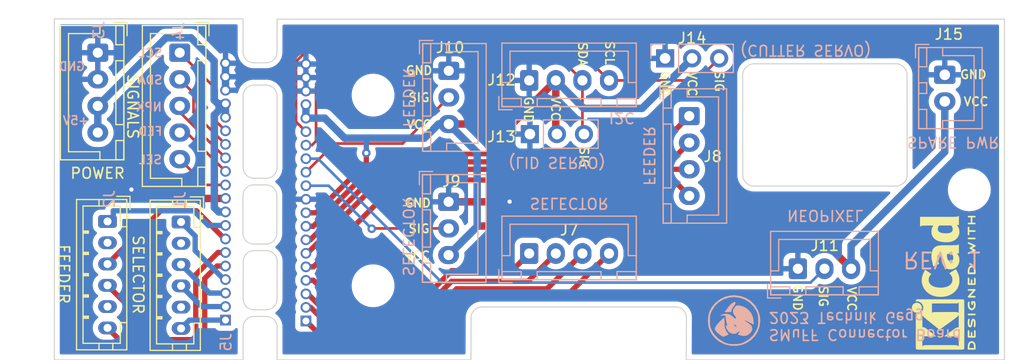
<source format=kicad_pcb>
(kicad_pcb (version 20211014) (generator pcbnew)
  (title_block (title "SMuFF Connector Board PCB") (date "2023-03-26") (rev "1") (company "Technik Gegg") (comment 4 "AISLER Project ID: BNDRXJJP"))
  (layers (0 "F.Cu" signal) (31 "B.Cu" signal) (34 "B.Paste" user) (35 "F.Paste" user) (36 "B.SilkS" user "B.Silkscreen") (37 "F.SilkS" user "F.Silkscreen") (38 "B.Mask" user) (39 "F.Mask" user) (44 "Edge.Cuts" user))
  (net 0 "")
  (net 1 "Net-(J1-Pad1)")
  (net 3 "Net-(J1-Pad3)")
  (net 4 "Net-(J1-Pad4)")
  (net 6 "Net-(J1-Pad6)")
  (net 7 "Net-(J2-Pad1)")
  (net 9 "Net-(J2-Pad3)")
  (net 10 "Net-(J2-Pad4)")
  (net 12 "Net-(J2-Pad6)")
  (net 13 "GND")
  (net 14 "+5V")
  (net 15 "/SCL")
  (net 16 "/SDA")
  (net 17 "/NeoPixel")
  (net 18 "/Feeder")
  (net 19 "/Selector")
  (net 20 "Net-(J6-Pad1)")
  (net 21 "Net-(J6-Pad2)")
  (net 22 "Net-(J6-Pad3)")
  (net 23 "Net-(J6-Pad4)")
  (net 24 "Net-(J6-Pad5)")
  (net 25 "Net-(J6-Pad6)")
  (net 26 "Net-(J6-Pad7)")
  (net 27 "Net-(J6-Pad8)")
  (net 28 "Net-(J6-Pad11)")
  (net 29 "Net-(J6-Pad13)")
  (net 30 "Net-(J10-Pad2)")
  (net 31 "Net-(J12-Pad3)")
  (net 32 "Net-(J12-Pad4)")
  (net 33 "/VCC-IN")
  (footprint "Connector_JST:JST_PH_B6B-PH-K_1x06_P2.00mm_Vertical" (layer "F.Cu") (at 90.7708 113.9228 -90)
    (fp_text reference "J1" (at -2.0358 0.0928 90) (layer "B.SilkS") (effects (justify mirror)))
    (fp_text value "Selector Stepper")
    (pad "1" thru_hole roundrect (at 0 0 270) (size 1.2 1.75) (drill 0.75) (layers *.Cu *.Mask) (roundrect_rratio 0.2083333333) (net 1 "Net-(J1-Pad1)"))
    (pad "2" thru_hole oval (at 2 0 270) (size 1.2 1.75) (drill 0.75) (layers *.Cu *.Mask))
    (pad "3" thru_hole oval (at 4 0 270) (size 1.2 1.75) (drill 0.75) (layers *.Cu *.Mask) (net 3 "Net-(J1-Pad3)"))
    (pad "4" thru_hole oval (at 6 0 270) (size 1.2 1.75) (drill 0.75) (layers *.Cu *.Mask) (net 4 "Net-(J1-Pad4)"))
    (pad "5" thru_hole oval (at 8 0 270) (size 1.2 1.75) (drill 0.75) (layers *.Cu *.Mask))
    (pad "6" thru_hole oval (at 10 0 270) (size 1.2 1.75) (drill 0.75) (layers *.Cu *.Mask) (net 6 "Net-(J1-Pad6)"))
  )
  (footprint "MountingHole:MountingHole_3mm" (layer "F.Cu") (at 108.807 102.0064)
    (fp_text reference "H2" hide)
    (fp_text value "MountingHole")
    (pad "" np_thru_hole circle (at 0 0) (size 3 3) (drill 3) (layers *.Cu *.Mask))
  )
  (footprint "MountingHole:MountingHole_3mm" (layer "F.Cu") (at 108.807 119.9134)
    (fp_text reference "H1" hide)
    (fp_text value "MountingHole")
    (pad "" np_thru_hole circle (at 0 0) (size 3 3) (drill 3) (layers *.Cu *.Mask))
  )
  (footprint "Connector_JST:JST_PH_B6B-PH-K_1x06_P2.00mm_Vertical" (layer "F.Cu") (at 83.862 113.872 -90)
    (fp_text reference "J2" (at -2.112 -0.1612 90) (layer "B.SilkS") (effects (justify mirror)))
    (fp_text value "Feeder Stepper")
    (pad "1" thru_hole roundrect (at 0 0 270) (size 1.2 1.75) (drill 0.75) (layers *.Cu *.Mask) (roundrect_rratio 0.2083333333) (net 7 "Net-(J2-Pad1)"))
    (pad "2" thru_hole oval (at 2 0 270) (size 1.2 1.75) (drill 0.75) (layers *.Cu *.Mask))
    (pad "3" thru_hole oval (at 4 0 270) (size 1.2 1.75) (drill 0.75) (layers *.Cu *.Mask) (net 9 "Net-(J2-Pad3)"))
    (pad "4" thru_hole oval (at 6 0 270) (size 1.2 1.75) (drill 0.75) (layers *.Cu *.Mask) (net 10 "Net-(J2-Pad4)"))
    (pad "5" thru_hole oval (at 8 0 270) (size 1.2 1.75) (drill 0.75) (layers *.Cu *.Mask))
    (pad "6" thru_hole oval (at 10 0 270) (size 1.2 1.75) (drill 0.75) (layers *.Cu *.Mask) (net 12 "Net-(J2-Pad6)"))
  )
  (footprint "MountingHole:MountingHole_3mm" (layer "F.Cu") (at 164.814 110.8964)
    (fp_text reference "H3" hide)
    (fp_text value "MountingHole")
    (pad "" np_thru_hole circle (at 0 0) (size 3 3) (drill 3) (layers *.Cu *.Mask))
  )
  (footprint "Symbol:KiCad-Logo2_5mm_SilkScreen" (layer "F.Cu") (at 162.401 119.634 90)
    (fp_text reference "REF**" hide)
    (fp_text value "KiCad-Logo2_5mm_SilkScreen" hide)
  )
  (footprint "Connector_JST:JST_XH_B5B-XH-A_1x05_P2.50mm_Vertical" (layer "F.Cu") (at 90.6442 98.0224 -90)
    (fp_text reference "J4" (at -2.0104 0.0932 90) (layer "B.SilkS") (effects (justify mirror)))
    (fp_text value "Signals")
    (pad "1" thru_hole roundrect (at 0 0 270) (size 1.7 1.95) (drill 0.95) (layers *.Cu *.Mask) (roundrect_rratio 0.1470588235) (net 15 "/SCL"))
    (pad "2" thru_hole oval (at 2.5 0 270) (size 1.7 1.95) (drill 0.95) (layers *.Cu *.Mask) (net 16 "/SDA"))
    (pad "3" thru_hole oval (at 5 0 270) (size 1.7 1.95) (drill 0.95) (layers *.Cu *.Mask) (net 17 "/NeoPixel"))
    (pad "4" thru_hole oval (at 7.5 0 270) (size 1.7 1.95) (drill 0.95) (layers *.Cu *.Mask) (net 18 "/Feeder"))
    (pad "5" thru_hole oval (at 10 0 270) (size 1.7 1.95) (drill 0.95) (layers *.Cu *.Mask) (net 19 "/Selector"))
  )
  (footprint "Connector_JST:JST_XH_B4B-XH-A_1x04_P2.50mm_Vertical" (layer "F.Cu") (at 82.948 98.0224 -90)
    (fp_text reference "J3" (at -2.1374 -0.1016 90) (layer "B.SilkS") (effects (justify mirror)))
    (fp_text value "Power")
    (pad "1" thru_hole roundrect (at 0 0 270) (size 1.7 1.95) (drill 0.95) (layers *.Cu *.Mask) (roundrect_rratio 0.1470588235) (net 13 "GND"))
    (pad "2" thru_hole oval (at 2.5 0 270) (size 1.7 1.95) (drill 0.95) (layers *.Cu *.Mask) (net 13 "GND"))
    (pad "3" thru_hole oval (at 5 0 270) (size 1.7 1.95) (drill 0.95) (layers *.Cu *.Mask) (net 33 "/VCC-IN"))
    (pad "4" thru_hole oval (at 7.5 0 270) (size 1.7 1.95) (drill 0.95) (layers *.Cu *.Mask) (net 33 "/VCC-IN"))
  )
  (footprint "Library:Logo-5mm" (layer "B.Cu") (at 142.716 123.19)
    (fp_text reference "G***" hide)
    (fp_text value "LOGO" hide)
  )
  (footprint "Connector_PinHeader_2.54mm:PinHeader_1x03_P2.54mm_Vertical" (layer "B.Cu") (at 123.539 105.664 -90)
    (fp_text reference "J13" (at 0.254 2.667) (layer "F.SilkS"))
    (fp_text value "(Lid Servo)")
    (pad "1" thru_hole rect (at 0 0 270) (size 1.7 1.7) (drill 1) (layers *.Cu *.Mask) (net 13 "GND"))
    (pad "2" thru_hole oval (at 0 -2.54 270) (size 1.7 1.7) (drill 1) (layers *.Cu *.Mask) (net 14 "+5V"))
    (pad "3" thru_hole oval (at 0 -5.08 270) (size 1.7 1.7) (drill 1) (layers *.Cu *.Mask) (net 31 "Net-(J12-Pad3)"))
  )
  (footprint "Connector_JST:JST_XH_B3B-XH-A_1x03_P2.50mm_Vertical" (layer "B.Cu") (at 115.919 99.7204 -90)
    (fp_text reference "J10" (at -2.1844 -0.127) (layer "F.SilkS"))
    (fp_text value "Feeder Sensor")
    (pad "1" thru_hole roundrect (at 0 0 270) (size 1.7 1.95) (drill 0.95) (layers *.Cu *.Mask) (roundrect_rratio 0.1470588235) (net 13 "GND"))
    (pad "2" thru_hole oval (at 2.5 0 270) (size 1.7 1.95) (drill 0.95) (layers *.Cu *.Mask) (net 30 "Net-(J10-Pad2)"))
    (pad "3" thru_hole oval (at 5 0 270) (size 1.7 1.95) (drill 0.95) (layers *.Cu *.Mask) (net 14 "+5V"))
  )
  (footprint "Connector_JST:JST_XH_B4B-XH-A_1x04_P2.50mm_Vertical" (layer "B.Cu") (at 138.508 103.9714 -90)
    (fp_text reference "J8" (at 3.8008 -2.2014) (layer "F.SilkS"))
    (fp_text value "Feeder Motor")
    (pad "1" thru_hole roundrect (at 0 0 270) (size 1.7 1.95) (drill 0.95) (layers *.Cu *.Mask) (roundrect_rratio 0.1470588235) (net 27 "Net-(J6-Pad8)"))
    (pad "2" thru_hole oval (at 2.5 0 270) (size 1.7 1.95) (drill 0.95) (layers *.Cu *.Mask) (net 26 "Net-(J6-Pad7)"))
    (pad "3" thru_hole oval (at 5 0 270) (size 1.7 1.95) (drill 0.95) (layers *.Cu *.Mask) (net 25 "Net-(J6-Pad6)"))
    (pad "4" thru_hole oval (at 7.5 0 270) (size 1.7 1.95) (drill 0.95) (layers *.Cu *.Mask) (net 24 "Net-(J6-Pad5)"))
  )
  (footprint "Connector_JST:JST_XH_B4B-XH-A_1x04_P2.50mm_Vertical" (layer "B.Cu") (at 123.472 116.8824)
    (fp_text reference "J7" (at 3.75 -2.2014) (layer "F.SilkS"))
    (fp_text value "Selector Motor")
    (pad "1" thru_hole roundrect (at 0 0) (size 1.7 1.95) (drill 0.95) (layers *.Cu *.Mask) (roundrect_rratio 0.1470588235) (net 23 "Net-(J6-Pad4)"))
    (pad "2" thru_hole oval (at 2.5 0) (size 1.7 1.95) (drill 0.95) (layers *.Cu *.Mask) (net 22 "Net-(J6-Pad3)"))
    (pad "3" thru_hole oval (at 5 0) (size 1.7 1.95) (drill 0.95) (layers *.Cu *.Mask) (net 21 "Net-(J6-Pad2)"))
    (pad "4" thru_hole oval (at 7.5 0) (size 1.7 1.95) (drill 0.95) (layers *.Cu *.Mask) (net 20 "Net-(J6-Pad1)"))
  )
  (footprint "Connector_PinHeader_1.27mm:PinHeader_1x20_P1.27mm_Vertical" (layer "B.Cu") (at 102.5 123.2154)
    (fp_text reference "J6" hide)
    (fp_text value "Conn_01x16" hide)
    (pad "1" thru_hole rect (at 0 0) (size 1 1) (drill 0.65) (layers *.Cu *.Mask) (net 20 "Net-(J6-Pad1)"))
    (pad "2" thru_hole oval (at 0 -1.27) (size 1 1) (drill 0.65) (layers *.Cu *.Mask) (net 21 "Net-(J6-Pad2)"))
    (pad "3" thru_hole oval (at 0 -2.54) (size 1 1) (drill 0.65) (layers *.Cu *.Mask) (net 22 "Net-(J6-Pad3)"))
    (pad "4" thru_hole oval (at 0 -3.81) (size 1 1) (drill 0.65) (layers *.Cu *.Mask) (net 23 "Net-(J6-Pad4)"))
    (pad "5" thru_hole oval (at 0 -5.08) (size 1 1) (drill 0.65) (layers *.Cu *.Mask) (net 24 "Net-(J6-Pad5)"))
    (pad "6" thru_hole oval (at 0 -6.35) (size 1 1) (drill 0.65) (layers *.Cu *.Mask) (net 25 "Net-(J6-Pad6)"))
    (pad "7" thru_hole oval (at 0 -7.62) (size 1 1) (drill 0.65) (layers *.Cu *.Mask) (net 26 "Net-(J6-Pad7)"))
    (pad "8" thru_hole oval (at 0 -8.89) (size 1 1) (drill 0.65) (layers *.Cu *.Mask) (net 27 "Net-(J6-Pad8)"))
    (pad "9" thru_hole oval (at 0 -10.16) (size 1 1) (drill 0.65) (layers *.Cu *.Mask) (net 14 "+5V"))
    (pad "10" thru_hole oval (at 0 -11.43) (size 1 1) (drill 0.65) (layers *.Cu *.Mask) (net 13 "GND"))
    (pad "11" thru_hole oval (at 0 -12.7) (size 1 1) (drill 0.65) (layers *.Cu *.Mask) (net 28 "Net-(J6-Pad11)"))
    (pad "12" thru_hole oval (at 0 -13.97) (size 1 1) (drill 0.65) (layers *.Cu *.Mask) (net 30 "Net-(J10-Pad2)"))
    (pad "13" thru_hole oval (at 0 -15.24) (size 1 1) (drill 0.65) (layers *.Cu *.Mask) (net 29 "Net-(J6-Pad13)"))
    (pad "14" thru_hole oval (at 0 -16.51) (size 1 1) (drill 0.65) (layers *.Cu *.Mask) (net 31 "Net-(J12-Pad3)"))
    (pad "15" thru_hole oval (at 0 -17.78) (size 1 1) (drill 0.65) (layers *.Cu *.Mask) (net 32 "Net-(J12-Pad4)"))
    (pad "16" thru_hole oval (at 0 -19.05) (size 1 1) (drill 0.65) (layers *.Cu *.Mask) (net 14 "+5V"))
    (pad "17" thru_hole oval (at 0 -20.32) (size 1 1) (drill 0.65) (layers *.Cu *.Mask) (net 14 "+5V"))
    (pad "18" thru_hole oval (at 0 -21.59) (size 1 1) (drill 0.65) (layers *.Cu *.Mask) (net 13 "GND"))
    (pad "19" thru_hole oval (at 0 -22.86) (size 1 1) (drill 0.65) (layers *.Cu *.Mask) (net 13 "GND"))
    (pad "20" thru_hole oval (at 0 -24.13) (size 1 1) (drill 0.65) (layers *.Cu *.Mask) (net 13 "GND"))
  )
  (footprint "Connector_JST:JST_XH_B3B-XH-A_1x03_P2.50mm_Vertical" (layer "B.Cu") (at 115.902 112.0286 -90)
    (fp_text reference "J9" (at -1.9196 -0.271) (layer "F.SilkS"))
    (fp_text value "Selector Endstop")
    (pad "1" thru_hole roundrect (at 0 0 270) (size 1.7 1.95) (drill 0.95) (layers *.Cu *.Mask) (roundrect_rratio 0.1470588235) (net 13 "GND"))
    (pad "2" thru_hole oval (at 2.5 0 270) (size 1.7 1.95) (drill 0.95) (layers *.Cu *.Mask) (net 28 "Net-(J6-Pad11)"))
    (pad "3" thru_hole oval (at 5 0 270) (size 1.7 1.95) (drill 0.95) (layers *.Cu *.Mask) (net 14 "+5V"))
  )
  (footprint "Connector_JST:JST_XH_B3B-XH-A_1x03_P2.50mm_Vertical" (layer "B.Cu") (at 148.7104 118.3132)
    (fp_text reference "J11" (at 2.5254 -2.176) (layer "F.SilkS"))
    (fp_text value "NeoPixels")
    (pad "1" thru_hole roundrect (at 0 0) (size 1.7 1.95) (drill 0.95) (layers *.Cu *.Mask) (roundrect_rratio 0.1470588235) (net 13 "GND"))
    (pad "2" thru_hole oval (at 2.5 0) (size 1.7 1.95) (drill 0.95) (layers *.Cu *.Mask) (net 29 "Net-(J6-Pad13)"))
    (pad "3" thru_hole oval (at 5 0) (size 1.7 1.95) (drill 0.95) (layers *.Cu *.Mask) (net 14 "+5V"))
  )
  (footprint "Connector_PinHeader_1.27mm:PinHeader_1x20_P1.27mm_Horizontal" (layer "B.Cu") (at 94.9452 123.1392)
    (fp_text reference "J5" (at 0.0508 2.0828 270) (layer "B.SilkS") (effects (justify mirror)))
    (fp_text value "Connector 1x20")
    (pad "1" thru_hole rect (at 0 0) (size 1 1) (drill 0.65) (layers *.Cu *.Mask) (net 6 "Net-(J1-Pad6)"))
    (pad "2" thru_hole oval (at 0 -1.27) (size 1 1) (drill 0.65) (layers *.Cu *.Mask) (net 4 "Net-(J1-Pad4)"))
    (pad "3" thru_hole oval (at 0 -2.54) (size 1 1) (drill 0.65) (layers *.Cu *.Mask) (net 3 "Net-(J1-Pad3)"))
    (pad "4" thru_hole oval (at 0 -3.81) (size 1 1) (drill 0.65) (layers *.Cu *.Mask) (net 1 "Net-(J1-Pad1)"))
    (pad "5" thru_hole oval (at 0 -5.08) (size 1 1) (drill 0.65) (layers *.Cu *.Mask) (net 12 "Net-(J2-Pad6)"))
    (pad "6" thru_hole oval (at 0 -6.35) (size 1 1) (drill 0.65) (layers *.Cu *.Mask) (net 10 "Net-(J2-Pad4)"))
    (pad "7" thru_hole oval (at 0 -7.62) (size 1 1) (drill 0.65) (layers *.Cu *.Mask) (net 9 "Net-(J2-Pad3)"))
    (pad "8" thru_hole oval (at 0 -8.89) (size 1 1) (drill 0.65) (layers *.Cu *.Mask) (net 7 "Net-(J2-Pad1)"))
    (pad "9" thru_hole oval (at 0 -10.16) (size 1 1) (drill 0.65) (layers *.Cu *.Mask) (net 33 "/VCC-IN"))
    (pad "10" thru_hole oval (at 0 -11.43) (size 1 1) (drill 0.65) (layers *.Cu *.Mask) (net 13 "GND"))
    (pad "11" thru_hole oval (at 0 -12.7) (size 1 1) (drill 0.65) (layers *.Cu *.Mask) (net 19 "/Selector"))
    (pad "12" thru_hole oval (at 0 -13.97) (size 1 1) (drill 0.65) (layers *.Cu *.Mask) (net 18 "/Feeder"))
    (pad "13" thru_hole oval (at 0 -15.24) (size 1 1) (drill 0.65) (layers *.Cu *.Mask) (net 17 "/NeoPixel"))
    (pad "14" thru_hole oval (at 0 -16.51) (size 1 1) (drill 0.65) (layers *.Cu *.Mask) (net 16 "/SDA"))
    (pad "15" thru_hole oval (at 0 -17.78) (size 1 1) (drill 0.65) (layers *.Cu *.Mask) (net 15 "/SCL"))
    (pad "16" thru_hole oval (at 0 -19.05) (size 1 1) (drill 0.65) (layers *.Cu *.Mask) (net 33 "/VCC-IN"))
    (pad "17" thru_hole oval (at 0 -20.32) (size 1 1) (drill 0.65) (layers *.Cu *.Mask) (net 33 "/VCC-IN"))
    (pad "18" thru_hole oval (at 0 -21.59) (size 1 1) (drill 0.65) (layers *.Cu *.Mask) (net 13 "GND"))
    (pad "19" thru_hole oval (at 0 -22.86) (size 1 1) (drill 0.65) (layers *.Cu *.Mask) (net 13 "GND"))
    (pad "20" thru_hole oval (at 0 -24.13) (size 1 1) (drill 0.65) (layers *.Cu *.Mask) (net 13 "GND"))
  )
  (footprint "Connector_JST:JST_XH_B4B-XH-A_1x04_P2.50mm_Vertical" (layer "B.Cu") (at 123.472 100.6264)
    (fp_text reference "J12" (at -2.6 -0.0424) (layer "F.SilkS"))
    (fp_text value "I2C")
    (pad "1" thru_hole roundrect (at 0 0) (size 1.7 1.95) (drill 0.95) (layers *.Cu *.Mask) (roundrect_rratio 0.1470588235) (net 13 "GND"))
    (pad "2" thru_hole oval (at 2.5 0) (size 1.7 1.95) (drill 0.95) (layers *.Cu *.Mask) (net 14 "+5V"))
    (pad "3" thru_hole oval (at 5 0) (size 1.7 1.95) (drill 0.95) (layers *.Cu *.Mask) (net 31 "Net-(J12-Pad3)"))
    (pad "4" thru_hole oval (at 7.5 0) (size 1.7 1.95) (drill 0.95) (layers *.Cu *.Mask) (net 32 "Net-(J12-Pad4)"))
  )
  (footprint "Connector_PinHeader_2.54mm:PinHeader_1x03_P2.54mm_Vertical" (layer "B.Cu") (at 136.239 98.552 -90)
    (fp_text reference "J14" (at -1.905 -2.54) (layer "F.SilkS"))
    (fp_text value "(Cutter Servo)")
    (pad "1" thru_hole rect (at 0 0 270) (size 1.7 1.7) (drill 1) (layers *.Cu *.Mask) (net 13 "GND"))
    (pad "2" thru_hole oval (at 0 -2.54 270) (size 1.7 1.7) (drill 1) (layers *.Cu *.Mask) (net 14 "+5V"))
    (pad "3" thru_hole oval (at 0 -5.08 270) (size 1.7 1.7) (drill 1) (layers *.Cu *.Mask) (net 32 "Net-(J12-Pad4)"))
  )
  (footprint "Connector_JST:JST_XH_B2B-XH-A_1x02_P2.50mm_Vertical" (layer "B.Cu") (at 162.511 100.096 -90)
    (fp_text reference "J15" (at -3.81 -0.381) (layer "F.SilkS"))
    (fp_text value "SPARE")
    (pad "1" thru_hole roundrect (at 0 0 270) (size 1.7 2) (drill 1) (layers *.Cu *.Mask) (roundrect_rratio 0.1470588235) (net 13 "GND"))
    (pad "2" thru_hole oval (at 2.5 0 270) (size 1.7 2) (drill 1) (layers *.Cu *.Mask) (net 14 "+5V"))
  )
  (gr_line (start 118.01562 122.91782) (end 118.0018 126.873) (layer "Edge.Cuts") (width 0.1))
  (gr_arc (start 99.78938 108.79916) (mid 99.4918 109.51758) (end 98.77338 109.81516) (layer "Edge.Cuts") (width 0.1))
  (gr_arc (start 137.22898 121.90182) (mid 137.9474 122.1994) (end 138.24498 122.91782) (layer "Edge.Cuts") (width 0.1))
  (gr_arc (start 98.755202 110.4392) (mid 99.473622 110.73678) (end 99.771202 111.4552) (layer "Edge.Cuts") (width 0.1))
  (gr_line (start 96.59589 94.8436) (end 78.867 94.8436) (layer "Edge.Cuts") (width 0.1))
  (gr_arc (start 143.524742 100.130629) (mid 143.8372 99.376287) (end 144.591542 99.063829) (layer "Edge.Cuts") (width 0.1))
  (gr_arc (start 99.78938 121.15078) (mid 99.4918 121.8692) (end 98.77338 122.16678) (layer "Edge.Cuts") (width 0.1))
  (gr_line (start 99.76398 114.97858) (end 99.771202 111.4552) (layer "Edge.Cuts") (width 0.1))
  (gr_arc (start 157.901142 99.056171) (mid 158.655484 99.368629) (end 158.967942 100.122971) (layer "Edge.Cuts") (width 0.1))
  (gr_line (start 96.5962 126.873) (end 78.867 126.873) (layer "Edge.Cuts") (width 0.1))
  (gr_arc (start 99.76398 114.97858) (mid 99.4664 115.697) (end 98.74798 115.99458) (layer "Edge.Cuts") (width 0.1))
  (gr_line (start 98.76647 98.96749) (end 97.61251 98.96749) (layer "Edge.Cuts") (width 0.1))
  (gr_arc (start 96.60342 123.80682) (mid 96.901 123.0884) (end 97.61942 122.79082) (layer "Edge.Cuts") (width 0.1))
  (gr_line (start 99.79 94.869) (end 168.116 94.869) (layer "Edge.Cuts") (width 0.1))
  (gr_arc (start 98.773378 101.066598) (mid 99.491798 101.364178) (end 99.789378 102.082598) (layer "Edge.Cuts") (width 0.1))
  (gr_line (start 96.57802 114.97858) (end 96.585242 111.4552) (layer "Edge.Cuts") (width 0.1))
  (gr_arc (start 97.61942 122.16678) (mid 96.901 121.8692) (end 96.60342 121.15078) (layer "Edge.Cuts") (width 0.1))
  (gr_line (start 99.78247 97.95149) (end 99.79 94.869) (layer "Edge.Cuts") (width 0.1))
  (gr_arc (start 97.61942 109.81516) (mid 96.901 109.51758) (end 96.60342 108.79916) (layer "Edge.Cuts") (width 0.1))
  (gr_arc (start 97.61251 98.96749) (mid 96.89409 98.66991) (end 96.59651 97.95149) (layer "Edge.Cuts") (width 0.1))
  (gr_arc (start 98.780602 116.6114) (mid 99.499022 116.90898) (end 99.796602 117.6274) (layer "Edge.Cuts") (width 0.1))
  (gr_arc (start 144.5992 110.548459) (mid 143.844861 110.236) (end 143.5324 109.481659) (layer "Edge.Cuts") (width 0.1))
  (gr_line (start 98.77338 122.16678) (end 97.61942 122.16678) (layer "Edge.Cuts") (width 0.1))
  (gr_line (start 99.78938 121.15078) (end 99.796602 117.6274) (layer "Edge.Cuts") (width 0.1))
  (gr_arc (start 99.78247 97.95149) (mid 99.48489 98.66991) (end 98.76647 98.96749) (layer "Edge.Cuts") (width 0.1))
  (gr_arc (start 96.603418 102.082598) (mid 96.900998 101.364178) (end 97.619418 101.066598) (layer "Edge.Cuts") (width 0.1))
  (gr_line (start 97.619418 101.066598) (end 98.773378 101.066598) (layer "Edge.Cuts") (width 0.1))
  (gr_arc (start 97.59402 115.99458) (mid 96.8756 115.697) (end 96.57802 114.97858) (layer "Edge.Cuts") (width 0.1))
  (gr_line (start 158.9756 109.481658) (end 158.967942 100.122971) (layer "Edge.Cuts") (width 0.1))
  (gr_line (start 99.78938 123.80682) (end 99.79 126.873) (layer "Edge.Cuts") (width 0.1))
  (gr_arc (start 118.01562 122.91782) (mid 118.3132 122.1994) (end 119.03162 121.90182) (layer "Edge.Cuts") (width 0.1))
  (gr_line (start 168.116 126.873) (end 138.2268 126.873) (layer "Edge.Cuts") (width 0.1))
  (gr_line (start 143.524742 100.130629) (end 143.5324 109.481659) (layer "Edge.Cuts") (width 0.1))
  (gr_line (start 97.61942 122.79082) (end 98.77338 122.79082) (layer "Edge.Cuts") (width 0.1))
  (gr_line (start 144.591542 99.063829) (end 157.901142 99.056171) (layer "Edge.Cuts") (width 0.1))
  (gr_line (start 96.60342 121.15078) (end 96.610642 117.6274) (layer "Edge.Cuts") (width 0.1))
  (gr_line (start 96.60342 123.80682) (end 96.5962 126.873) (layer "Edge.Cuts") (width 0.1))
  (gr_arc (start 158.9756 109.481658) (mid 158.663142 110.236) (end 157.9088 110.548458) (layer "Edge.Cuts") (width 0.1))
  (gr_arc (start 96.585242 111.4552) (mid 96.882822 110.73678) (end 97.601242 110.4392) (layer "Edge.Cuts") (width 0.1))
  (gr_line (start 97.601242 110.4392) (end 98.755202 110.4392) (layer "Edge.Cuts") (width 0.1))
  (gr_line (start 78.867 126.873) (end 78.867 94.8436) (layer "Edge.Cuts") (width 0.1))
  (gr_line (start 138.2268 126.873) (end 138.24498 122.91782) (layer "Edge.Cuts") (width 0.1))
  (gr_line (start 96.60342 108.79916) (end 96.603418 102.082598) (layer "Edge.Cuts") (width 0.1))
  (gr_line (start 144.5992 110.548459) (end 157.9088 110.548458) (layer "Edge.Cuts") (width 0.1))
  (gr_line (start 97.626642 116.6114) (end 98.780602 116.6114) (layer "Edge.Cuts") (width 0.1))
  (gr_arc (start 98.77338 122.79082) (mid 99.4918 123.0884) (end 99.78938 123.80682) (layer "Edge.Cuts") (width 0.1))
  (gr_line (start 98.77338 109.81516) (end 97.61942 109.81516) (layer "Edge.Cuts") (width 0.1))
  (gr_arc (start 96.610642 117.6274) (mid 96.908222 116.90898) (end 97.626642 116.6114) (layer "Edge.Cuts") (width 0.1))
  (gr_line (start 98.74798 115.99458) (end 97.59402 115.99458) (layer "Edge.Cuts") (width 0.1))
  (gr_line (start 99.78938 108.79916) (end 99.789378 102.082598) (layer "Edge.Cuts") (width 0.1))
  (gr_line (start 99.79 126.873) (end 118.0018 126.873) (layer "Edge.Cuts") (width 0.1))
  (gr_line (start 168.116 94.869) (end 168.116 126.873) (layer "Edge.Cuts") (width 0.1))
  (gr_line (start 96.59651 97.95149) (end 96.59589 94.8436) (layer "Edge.Cuts") (width 0.1))
  (gr_line (start 119.03162 121.90182) (end 137.22898 121.90182) (layer "Edge.Cuts") (width 0.1))
  (gr_text "SELECTOR" (at 127.222 112.1664 180) (layer "B.SilkS") (effects (font (size 1 1)) (justify mirror)))
  (gr_text "I2C" (at 132.175 104.14 180) (layer "B.SilkS") (effects (font (size 1 1)) (justify mirror)))
  (gr_text "FED" (at 87.884 105.41) (layer "B.SilkS") (effects (font (size 0.8 0.8)) (justify mirror)))
  (gr_text "(LID SERVO)" (at 126.079 108.331 180) (layer "B.SilkS") (effects (font (size 1 1)) (justify mirror)))
  (gr_text "REV: 1" (at 158.464 117.475 180) (layer "B.SilkS") (effects (font (size 1.5 1.5)) (justify left mirror)))
  (gr_text "SPARE PWR" (at 163.29 106.426 180) (layer "B.SilkS") (effects (font (size 1 1)) (justify mirror)))
  (gr_text "GND" (at 80.518 99.314) (layer "B.SilkS") (effects (font (size 0.8 0.8)) (justify mirror)))
  (gr_text "(CUTTER SERVO)" (at 149.447 97.79 180) (layer "B.SilkS") (effects (font (size 1 1)) (justify mirror)))
  (gr_text "+5V" (at 80.899 104.394) (layer "B.SilkS") (effects (font (size 0.8 0.8)) (justify mirror)))
  (gr_text "NEOPIXEL" (at 151.2758 113.3094 180) (layer "B.SilkS") (effects (font (size 1 1)) (justify mirror)))
  (gr_text "SELECTOR" (at 112.109 115.316 270) (layer "B.SilkS") (effects (font (size 1 1)) (justify mirror)))
  (gr_text "SDA" (at 87.884 100.584) (layer "B.SilkS") (effects (font (size 0.8 0.8)) (justify mirror)))
  (gr_text "FEEDER" (at 134.715 107.7214 -90) (layer "B.SilkS") (effects (font (size 1 1)) (justify mirror)))
  (gr_text "NPX" (at 87.757 103.124) (layer "B.SilkS") (effects (font (size 0.8 0.8)) (justify mirror)))
  (gr_text "SMuFF Connector Board\n2023 Technik Gegg" (at 145.891 123.698 180) (layer "B.SilkS") (effects (font (size 1 1)) (justify left mirror)))
  (gr_text "FEEDER" (at 112.1344 102.235 270) (layer "B.SilkS") (effects (font (size 1 1)) (justify mirror)))
  (gr_text "SEL" (at 87.884 108.077) (layer "B.SilkS") (effects (font (size 0.8 0.8)) (justify mirror)))
  (gr_text "SCL" (at 87.884 98.044) (layer "B.SilkS") (effects (font (size 0.8 0.8)) (justify mirror)))
  (gr_text "SIG" (at 113.125 114.554) (layer "F.SilkS") (effects (font (size 0.8 0.8))))
  (gr_text "VCC" (at 165.449 102.616) (layer "F.SilkS") (effects (font (size 0.8 0.8))))
  (gr_text "GND" (at 165.195 100.076) (layer "F.SilkS") (effects (font (size 0.8 0.8))))
  (gr_text "SDA" (at 128.492 98.171 270) (layer "F.SilkS") (effects (font (size 0.8 0.8))))
  (gr_text "POWER" (at 82.931 109.347) (layer "F.SilkS") (effects (font (size 1 1))))
  (gr_text "FEEDER" (at 79.756 118.8212 270) (layer "F.SilkS") (effects (font (size 1 1))))
  (gr_text "GND" (at 123.412 103.378 270) (layer "F.SilkS") (effects (font (size 0.8 0.8))))
  (gr_text "VCC" (at 138.779 100.965 270) (layer "F.SilkS") (effects (font (size 0.8 0.8))))
  (gr_text "VCC" (at 113.125 104.775) (layer "F.SilkS") (effects (font (size 0.8 0.8))))
  (gr_text "SIG" (at 128.619 107.823 270) (layer "F.SilkS") (effects (font (size 0.8 0.8))))
  (gr_text "SIG" (at 113.125 102.235) (layer "F.SilkS") (effects (font (size 0.8 0.8))))
  (gr_text "GND" (at 148.685 121.031 270) (layer "F.SilkS") (effects (font (size 0.8 0.8))))
  (gr_text "VCC" (at 153.765 121.158 270) (layer "F.SilkS") (effects (font (size 0.8 0.8))))
  (gr_text "SIG" (at 151.098 120.904 270) (layer "F.SilkS") (effects (font (size 0.8 0.8))))
  (gr_text "SELECTOR" (at 86.741 118.872 270) (layer "F.SilkS") (effects (font (size 1 1))))
  (gr_text "GND" (at 113.125 99.695) (layer "F.SilkS") (effects (font (size 0.8 0.8))))
  (gr_text "VCC" (at 125.952 103.251 270) (layer "F.SilkS") (effects (font (size 0.8 0.8))))
  (gr_text "SIG" (at 141.319 100.711 270) (layer "F.SilkS") (effects (font (size 0.8 0.8))))
  (gr_text "GND" (at 136.239 100.965 270) (layer "F.SilkS") (effects (font (size 0.8 0.8))))
  (gr_text "GND" (at 112.998 112.141) (layer "F.SilkS") (effects (font (size 0.8 0.8))))
  (gr_text "SCL" (at 131.032 98.044 270) (layer "F.SilkS") (effects (font (size 0.8 0.8))))
  (gr_text "SIGNALS" (at 86.233 103.0732 270) (layer "F.SilkS") (effects (font (size 1 1))))
  (gr_text "VCC" (at 112.998 117.094) (layer "F.SilkS") (effects (font (size 0.8 0.8))))
  (segment (start 92.09532 115.24732) (end 92.09532 116.60632) (width 0.5) (layer "B.Cu") (net 1))
  (segment (start 92.09532 116.60632) (end 94.8182 119.3292) (width 0.5) (layer "B.Cu") (net 1))
  (segment (start 90.7708 113.9228) (end 92.09532 115.24732) (width 0.5) (layer "B.Cu") (net 1))
  (segment (start 94.8182 119.3292) (end 94.9452 119.3292) (width 0.5) (layer "B.Cu") (net 1))
  (segment (start 94.9452 120.5992) (end 93.4472 120.5992) (width 0.5) (layer "B.Cu") (net 3))
  (segment (start 93.4472 120.5992) (end 90.7708 117.9228) (width 0.5) (layer "B.Cu") (net 3))
  (segment (start 94.9452 121.8692) (end 92.7172 121.8692) (width 0.5) (layer "B.Cu") (net 4))
  (segment (start 92.7172 121.8692) (end 90.7708 119.9228) (width 0.5) (layer "B.Cu") (net 4))
  (segment (start 91.5544 123.1392) (end 90.7708 123.9228) (width 0.5) (layer "B.Cu") (net 6))
  (segment (start 94.9452 123.1392) (end 91.5544 123.1392) (width 0.5) (layer "B.Cu") (net 6))
  (segment (start 84.40352 113.33048) (end 83.862 113.872) (width 0.5) (layer "B.Cu") (net 7))
  (segment (start 84.40352 112.87328) (end 84.40352 113.33048) (width 0.5) (layer "B.Cu") (net 7))
  (segment (start 91.968394 112.87328) (end 84.40352 112.87328) (width 0.5) (layer "B.Cu") (net 7))
  (segment (start 94.9452 114.2492) (end 93.344314 114.2492) (width 0.5) (layer "B.Cu") (net 7))
  (segment (start 93.344314 114.2492) (end 91.968394 112.87328) (width 0.5) (layer "B.Cu") (net 7))
  (segment (start 94.9452 115.5192) (end 94.872388 115.5192) (width 0.5) (layer "F.Cu") (net 9))
  (segment (start 92.226468 112.87328) (end 88.86072 112.87328) (width 0.5) (layer "F.Cu") (net 9))
  (segment (start 88.86072 112.87328) (end 83.862 117.872) (width 0.5) (layer "F.Cu") (net 9))
  (segment (start 94.872388 115.5192) (end 92.226468 112.87328) (width 0.5) (layer "F.Cu") (net 9))
  (segment (start 92.151865 118.875429) (end 92.151865 124.663865) (width 0.5) (layer "F.Cu") (net 10))
  (segment (start 94.238094 116.7892) (end 92.151865 118.875429) (width 0.5) (layer "F.Cu") (net 10))
  (segment (start 92.151865 124.663865) (end 91.84341 124.97232) (width 0.5) (layer "F.Cu") (net 10))
  (segment (start 91.84341 124.97232) (end 88.96232 124.97232) (width 0.5) (layer "F.Cu") (net 10))
  (segment (start 88.96232 124.97232) (end 83.862 119.872) (width 0.5) (layer "F.Cu") (net 10))
  (segment (start 94.9452 116.7892) (end 94.238094 116.7892) (width 0.5) (layer "F.Cu") (net 10))
  (segment (start 92.99484 119.22216) (end 92.99484 124.81016) (width 0.5) (layer "F.Cu") (net 12))
  (segment (start 85.86184 125.87184) (end 83.862 123.872) (width 0.5) (layer "F.Cu") (net 12))
  (segment (start 94.1578 118.0592) (end 92.99484 119.22216) (width 0.5) (layer "F.Cu") (net 12))
  (segment (start 92.99484 124.81016) (end 91.93316 125.87184) (width 0.5) (layer "F.Cu") (net 12))
  (segment (start 91.93316 125.87184) (end 85.86184 125.87184) (width 0.5) (layer "F.Cu") (net 12))
  (segment (start 94.9452 118.0592) (end 94.1578 118.0592) (width 0.5) (layer "F.Cu") (net 12))
  (segment (start 86.9442 111.7092) (end 86.106 110.871) (width 0.7) (layer "F.Cu") (net 13))
  (segment (start 115.902 112.0286) (end 121.6194 112.0286) (width 0.7) (layer "F.Cu") (net 13))
  (segment (start 94.9452 111.7092) (end 86.9442 111.7092) (width 0.7) (layer "F.Cu") (net 13))
  (segment (start 121.6194 112.0286) (end 121.634 112.014) (width 0.7) (layer "F.Cu") (net 13))
  (via (at 121.634 112.014) (size 0.8) (drill 0.4) (layers "F.Cu" "B.Cu") (net 13))
  (via (at 86.106 110.871) (size 0.8) (drill 0.4) (layers "F.Cu" "B.Cu") (net 13))
  (segment (start 94.9452 101.5492) (end 94.9452 100.2792) (width 0.7) (layer "B.Cu") (net 13))
  (segment (start 94.9452 100.2792) (end 94.9452 99.0092) (width 0.7) (layer "B.Cu") (net 13))
  (segment (start 123.8692 101.0236) (end 123.472 100.6264) (width 0.5) (layer "B.Cu") (net 13))
  (segment (start 121.878 104.7204) (end 115.919 104.7204) (width 0.7) (layer "F.Cu") (net 14))
  (segment (start 125.972 100.6264) (end 121.878 104.7204) (width 0.7) (layer "F.Cu") (net 14))
  (segment (start 108.172 108.34946) (end 108.172 107.442) (width 0.5) (layer "F.Cu") (net 14))
  (segment (start 102.5 113.0554) (end 103.46606 113.0554) (width 0.5) (layer "F.Cu") (net 14))
  (segment (start 125.972 105.557) (end 126.079 105.664) (width 0.5) (layer "F.Cu") (net 14))
  (segment (start 103.46606 113.0554) (end 108.172 108.34946) (width 0.5) (layer "F.Cu") (net 14))
  (segment (start 118.6306 114.3) (end 115.902 117.0286) (width 0.7) (layer "F.Cu") (net 14))
  (segment (start 149.6972 114.3) (end 118.6306 114.3) (width 0.7) (layer "F.Cu") (net 14))
  (segment (start 153.7104 118.3132) (end 149.6972 114.3) (width 0.7) (layer "F.Cu") (net 14))
  (segment (start 125.972 100.6264) (end 125.972 105.557) (width 0.7) (layer "F.Cu") (net 14))
  (via (at 108.172 107.442) (size 0.8) (drill 0.4) (layers "F.Cu" "B.Cu") (net 14))
  (segment (start 138.779 98.552) (end 134.08 103.251) (width 0.7) (layer "B.Cu") (net 14))
  (segment (start 115.919 104.7204) (end 118.586 107.3874) (width 0.7) (layer "B.Cu") (net 14))
  (segment (start 113.633 106.045) (end 108.426 106.045) (width 0.7) (layer "B.Cu") (net 14))
  (segment (start 108.172 106.299) (end 108.426 106.045) (width 0.5) (layer "B.Cu") (net 14))
  (segment (start 102.5 102.8954) (end 102.5 104.1654) (width 0.7) (layer "B.Cu") (net 14))
  (segment (start 118.586 107.3874) (end 118.586 114.3446) (width 0.7) (layer "B.Cu") (net 14))
  (segment (start 114.9576 104.7204) (end 113.633 106.045) (width 0.7) (layer "B.Cu") (net 14))
  (segment (start 128.5966 103.251) (end 125.972 100.6264) (width 0.7) (layer "B.Cu") (net 14))
  (segment (start 108.426 106.045) (end 106.14 106.045) (width 0.7) (layer "B.Cu") (net 14))
  (segment (start 118.586 114.3446) (end 115.902 117.0286) (width 0.7) (layer "B.Cu") (net 14))
  (segment (start 115.902 117.0286) (end 118.3766 114.554) (width 0.7) (layer "B.Cu") (net 14))
  (segment (start 162.511 107.332) (end 162.511 102.596) (width 0.7) (layer "B.Cu") (net 14))
  (segment (start 104.2604 104.1654) (end 102.5 104.1654) (width 0.7) (layer "B.Cu") (net 14))
  (segment (start 134.08 103.251) (end 128.5966 103.251) (width 0.7) (layer "B.Cu") (net 14))
  (segment (start 115.919 104.7204) (end 114.9576 104.7204) (width 0.7) (layer "B.Cu") (net 14))
  (segment (start 157.07208 112.77092) (end 153.7104 116.1326) (width 0.7) (layer "B.Cu") (net 14))
  (segment (start 157.07208 112.77092) (end 162.511 107.332) (width 0.7) (layer "B.Cu") (net 14))
  (segment (start 153.7104 116.1326) (end 153.7104 118.3132) (width 0.7) (layer "B.Cu") (net 14))
  (segment (start 106.14 106.045) (end 104.2604 104.1654) (width 0.7) (layer "B.Cu") (net 14))
  (segment (start 108.172 107.442) (end 108.172 106.299) (width 0.5) (layer "B.Cu") (net 14))
  (segment (start 94.120689 101.498889) (end 94.120689 104.534689) (width 0.25) (layer "F.Cu") (net 15))
  (segment (start 94.120689 104.534689) (end 94.9452 105.3592) (width 0.25) (layer "F.Cu") (net 15))
  (segment (start 90.6442 98.0224) (end 94.120689 101.498889) (width 0.25) (layer "F.Cu") (net 15))
  (segment (start 94.9452 106.6292) (end 91.94372 103.62772) (width 0.25) (layer "F.Cu") (net 16))
  (segment (start 91.94372 103.62772) (end 91.94372 101.82192) (width 0.25) (layer "F.Cu") (net 16))
  (segment (start 91.94372 101.82192) (end 90.6442 100.5224) (width 0.25) (layer "F.Cu") (net 16))
  (segment (start 90.6442 103.0224) (end 90.6442 103.5982) (width 0.25) (layer "F.Cu") (net 17))
  (segment (start 90.6442 103.5982) (end 94.9452 107.8992) (width 0.25) (layer "F.Cu") (net 17))
  (segment (start 94.9452 109.1692) (end 91.2984 105.5224) (width 0.25) (layer "F.Cu") (net 18))
  (segment (start 91.2984 105.5224) (end 90.6442 105.5224) (width 0.25) (layer "F.Cu") (net 18))
  (segment (start 93.061 110.4392) (end 90.6442 108.0224) (width 0.25) (layer "F.Cu") (net 19))
  (segment (start 94.9452 110.4392) (end 93.061 110.4392) (width 0.25) (layer "F.Cu") (net 19))
  (segment (start 111.982 125.857) (end 105.1416 125.857) (width 0.5) (layer "F.Cu") (net 20))
  (segment (start 116.939962 120.899038) (end 111.982 125.857) (width 0.5) (layer "F.Cu") (net 20))
  (segment (start 126.955362 120.899038) (end 116.939962 120.899038) (width 0.5) (layer "F.Cu") (net 20))
  (segment (start 105.1416 125.857) (end 102.5 123.2154) (width 0.5) (layer "F.Cu") (net 20))
  (segment (start 130.972 116.8824) (end 126.955362 120.899038) (width 0.5) (layer "F.Cu") (net 20))
  (segment (start 116.650211 120.199519) (end 111.804865 125.044865) (width 0.5) (layer "F.Cu") (net 21))
  (segment (start 102.9454 121.9454) (end 102.5 121.9454) (width 0.5) (layer "F.Cu") (net 21))
  (segment (start 128.472 116.8824) (end 125.154881 120.199519) (width 0.5) (layer "F.Cu") (net 21))
  (segment (start 125.154881 120.199519) (end 116.650211 120.199519) (width 0.5) (layer "F.Cu") (net 21))
  (segment (start 111.804865 125.044865) (end 106.044865 125.044865) (width 0.5) (layer "F.Cu") (net 21))
  (segment (start 106.044865 125.044865) (end 102.9454 121.9454) (width 0.5) (layer "F.Cu") (net 21))
  (segment (start 102.6754 120.6754) (end 102.5 120.6754) (width 0.5) (layer "F.Cu") (net 22))
  (segment (start 123.3544 119.5) (end 116.18 119.5) (width 0.5) (layer "F.Cu") (net 22))
  (segment (start 111.601 124.079) (end 106.079 124.079) (width 0.5) (layer "F.Cu") (net 22))
  (segment (start 125.972 116.8824) (end 123.3544 119.5) (width 0.5) (layer "F.Cu") (net 22))
  (segment (start 116.18 119.5) (end 111.601 124.079) (width 0.5) (layer "F.Cu") (net 22))
  (segment (start 106.079 124.079) (end 102.6754 120.6754) (width 0.5) (layer "F.Cu") (net 22))
  (segment (start 107.181186 123.37948) (end 103.207106 119.4054) (width 0.5) (layer "F.Cu") (net 23))
  (segment (start 116.19073 118.5) (end 111.31125 123.37948) (width 0.5) (layer "F.Cu") (net 23))
  (segment (start 111.31125 123.37948) (end 107.181186 123.37948) (width 0.5) (layer "F.Cu") (net 23))
  (segment (start 123.472 116.8824) (end 121.8544 118.5) (width 0.5) (layer "F.Cu") (net 23))
  (segment (start 103.207106 119.4054) (end 102.5 119.4054) (width 0.5) (layer "F.Cu") (net 23))
  (segment (start 121.8544 118.5) (end 116.19073 118.5) (width 0.5) (layer "F.Cu") (net 23))
  (segment (start 138.508 111.4714) (end 137.0186 109.982) (width 0.5) (layer "F.Cu") (net 24))
  (segment (start 103.207106 118.1354) (end 102.5 118.1354) (width 0.5) (layer "F.Cu") (net 24))
  (segment (start 111.360506 109.982) (end 103.207106 118.1354) (width 0.5) (layer "F.Cu") (net 24))
  (segment (start 137.0186 109.982) (end 111.360506 109.982) (width 0.5) (layer "F.Cu") (net 24))
  (segment (start 110.51787 108.9714) (end 102.62387 116.8654) (width 0.5) (layer "F.Cu") (net 25))
  (segment (start 102.62387 116.8654) (end 102.5 116.8654) (width 0.5) (layer "F.Cu") (net 25))
  (segment (start 138.508 108.9714) (end 110.51787 108.9714) (width 0.5) (layer "F.Cu") (net 25))
  (segment (start 110.22812 108.27188) (end 102.9046 115.5954) (width 0.5) (layer "F.Cu") (net 26))
  (segment (start 102.9046 115.5954) (end 102.5 115.5954) (width 0.5) (layer "F.Cu") (net 26))
  (segment (start 136.70752 108.27188) (end 110.22812 108.27188) (width 0.5) (layer "F.Cu") (net 26))
  (segment (start 138.508 106.4714) (end 136.70752 108.27188) (width 0.5) (layer "F.Cu") (net 26))
  (segment (start 110.00033 107.5104) (end 103.18533 114.3254) (width 0.5) (layer "F.Cu") (net 27))
  (segment (start 134.969 107.5104) (end 110.00033 107.5104) (width 0.5) (layer "F.Cu") (net 27))
  (segment (start 103.18533 114.3254) (end 102.5 114.3254) (width 0.5) (layer "F.Cu") (net 27))
  (segment (start 138.508 103.9714) (end 134.969 107.5104) (width 0.5) (layer "F.Cu") (net 27))
  (segment (start 108.7054 114.5286) (end 108.68 114.554) (width 0.25) (layer "F.Cu") (net 28))
  (segment (start 115.902 114.5286) (end 108.7054 114.5286) (width 0.25) (layer "F.Cu") (net 28))
  (via (at 108.68 114.554) (size 0.8) (drill 0.4) (layers "F.Cu" "B.Cu") (net 28))
  (segment (start 104.6414 110.5154) (end 102.5 110.5154) (width 0.25) (layer "B.Cu") (net 28))
  (segment (start 108.68 114.554) (end 104.6414 110.5154) (width 0.25) (layer "B.Cu") (net 28))
  (segment (start 151.2104 118.3132) (end 149.91088 119.61272) (width 0.25) (layer "B.Cu") (net 29))
  (segment (start 103.634014 107.9754) (end 102.5 107.9754) (width 0.25) (layer "B.Cu") (net 29))
  (segment (start 149.91088 119.61272) (end 115.271334 119.61272) (width 0.25) (layer "B.Cu") (net 29))
  (segment (start 115.271334 119.61272) (end 103.634014 107.9754) (width 0.25) (layer "B.Cu") (net 29))
  (segment (start 111.5864 106.553) (end 105.1924 106.553) (width 0.25) (layer "F.Cu") (net 30))
  (segment (start 115.919 102.2204) (end 111.5864 106.553) (width 0.25) (layer "F.Cu") (net 30))
  (segment (start 105.1924 106.553) (end 102.5 109.2454) (width 0.25) (layer "F.Cu") (net 30))
  (segment (start 106.521 98.171) (end 103.449511 101.242489) (width 0.25) (layer "F.Cu") (net 31))
  (segment (start 103.449511 101.242489) (end 103.449511 106.322489) (width 0.25) (layer "F.Cu") (net 31))
  (segment (start 128.472 100.6264) (end 126.0166 98.171) (width 0.25) (layer "F.Cu") (net 31))
  (segment (start 126.0166 98.171) (end 106.521 98.171) (width 0.25) (layer "F.Cu") (net 31))
  (segment (start 103.0666 106.7054) (end 102.5 106.7054) (width 0.25) (layer "F.Cu") (net 31))
  (segment (start 128.472 105.517) (end 128.619 105.664) (width 0.25) (layer "F.Cu") (net 31))
  (segment (start 128.472 100.6264) (end 128.472 105.517) (width 0.25) (layer "F.Cu") (net 31))
  (segment (start 103.449511 106.322489) (end 103.0666 106.7054) (width 0.25) (layer "F.Cu") (net 31))
  (segment (start 101.568 98.851364) (end 101.568 104.5034) (width 0.25) (layer "F.Cu") (net 32))
  (segment (start 130.972 100.6264) (end 127.817081 97.471481) (width 0.25) (layer "F.Cu") (net 32))
  (segment (start 139.2446 100.6264) (end 130.972 100.6264) (width 0.25) (layer "F.Cu") (net 32))
  (segment (start 141.319 98.552) (end 139.2446 100.6264) (width 0.25) (layer "F.Cu") (net 32))
  (segment (start 127.817081 97.471481) (end 102.947883 97.471481) (width 0.25) (layer "F.Cu") (net 32))
  (segment (start 102.947883 97.471481) (end 101.568 98.851364) (width 0.25) (layer "F.Cu") (net 32))
  (segment (start 101.568 104.5034) (end 102.5 105.4354) (width 0.25) (layer "F.Cu") (net 32))
  (segment (start 93.895689 103.868711) (end 93.895689 112.564689) (width 0.7) (layer "B.Cu") (net 33))
  (segment (start 93.8784 98.800908) (end 91.700372 96.62288) (width 0.7) (layer "B.Cu") (net 33))
  (segment (start 94.238094 102.8192) (end 93.8784 102.459506) (width 0.7) (layer "B.Cu") (net 33))
  (segment (start 89.34752 96.62288) (end 82.948 103.0224) (width 0.7) (layer "B.Cu") (net 33))
  (segment (start 94.9452 102.8192) (end 94.9452 104.0892) (width 0.7) (layer "B.Cu") (net 33))
  (segment (start 94.9452 102.8192) (end 93.895689 103.868711) (width 0.7) (layer "B.Cu") (net 33))
  (segment (start 82.948 103.0224) (end 82.948 105.5224) (width 0.7) (layer "B.Cu") (net 33))
  (segment (start 93.895689 112.564689) (end 94.3102 112.9792) (width 0.7) (layer "B.Cu") (net 33))
  (segment (start 94.9452 102.8192) (end 94.238094 102.8192) (width 0.7) (layer "B.Cu") (net 33))
  (segment (start 93.8784 102.459506) (end 93.8784 98.800908) (width 0.7) (layer "B.Cu") (net 33))
  (segment (start 94.3102 112.9792) (end 94.9452 112.9792) (width 0.7) (layer "B.Cu") (net 33))
  (segment (start 91.700372 96.62288) (end 89.34752 96.62288) (width 0.7) (layer "B.Cu") (net 33))
  (zone (net 13) (net_name "GND") (layer "B.Cu") (connect_pads (clearance 0.508)) (min_thickness 0.254) (fill yes (thermal_gap 0.508) (thermal_bridge_width 0.508))
    (polygon (pts (xy 168.148 94.8944) (xy 168.148 126.873) (xy 138.2522 126.873) (xy 138.25231 121.8946) (xy 118.027756 121.904218) (xy 118.002246 126.873) (xy 78.8416 126.873) (xy 78.8416 94.869)))
  )
)
</source>
